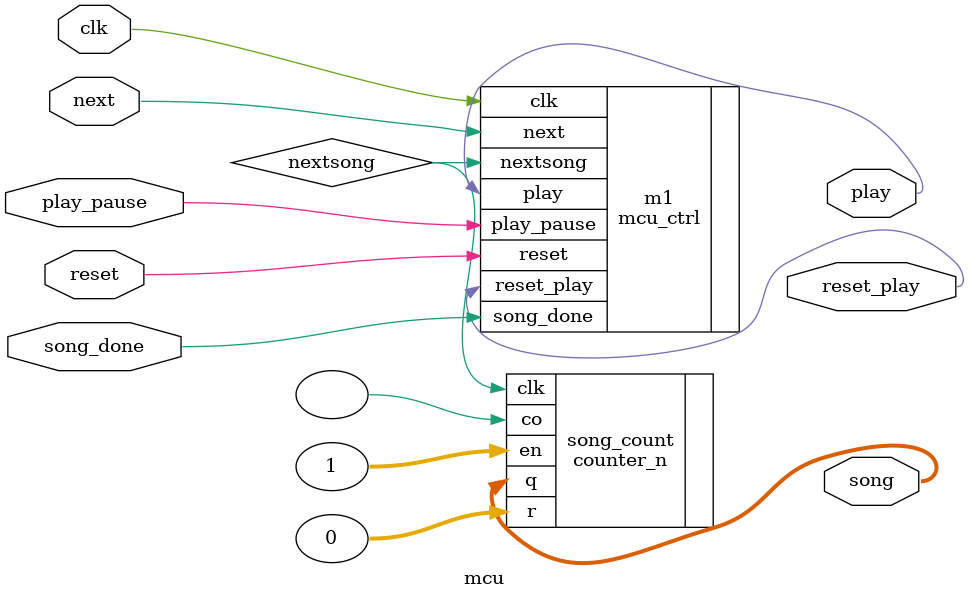
<source format=v>
module mcu(
    clk, 
    reset, 
    play_pause,                //play/pause按钮
    next,                      //next按钮
    play,                      //歌曲状态
    song,                      //歌曲序号
    reset_play,                //脉冲复位
    song_done                  //播放完毕信号
);
input clk, reset, play_pause, next, song_done;
output play, reset_play;
output [1:0] song;
wire nextsong;
//控制器
mcu_ctrl m1(.clk(clk), .reset(reset), .play_pause(play_pause), .next(next), .play(play), .nextsong(nextsong), .reset_play(reset_play), .song_done(song_done));
//二进制计数器
counter_n#(.n(4), .counter_bits(2)) song_count(.clk(nextsong), .r(0), .en(1), .q(song), .co());
endmodule // mcu
</source>
